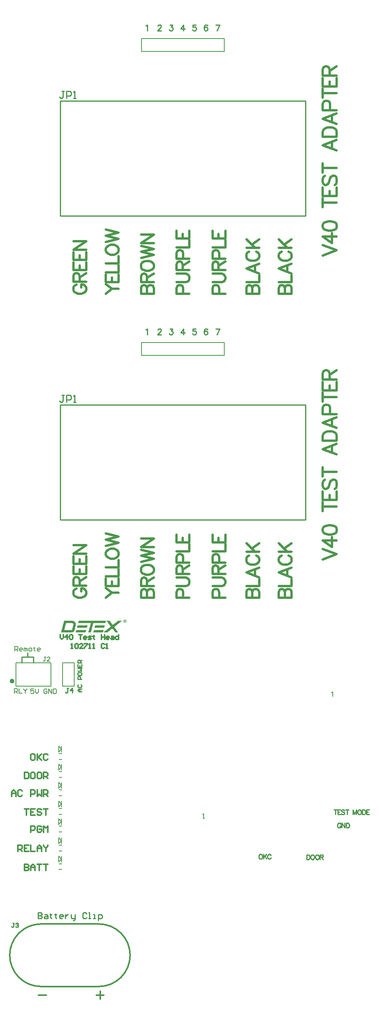
<source format=gto>
G04*
G04 #@! TF.GenerationSoftware,Altium Limited,Altium Designer,18.0.12 (696)*
G04*
G04 Layer_Color=65535*
%FSAX24Y24*%
%MOIN*%
G70*
G01*
G75*
%ADD10C,0.0120*%
%ADD11C,0.0040*%
%ADD12C,0.0210*%
%ADD13C,0.0079*%
%ADD14C,0.0100*%
%ADD15C,0.0098*%
%ADD16C,0.0200*%
%ADD17C,0.0070*%
%ADD18C,0.0080*%
G36*
X009112Y032175D02*
X009467Y031702D01*
X009205D01*
X008950Y032045D01*
X008520Y031702D01*
X008185D01*
X008825Y032213D01*
X008455Y032710D01*
X008717D01*
X008990Y032343D01*
X009450Y032710D01*
X009785D01*
X009112Y032175D01*
D02*
G37*
G36*
X008257Y032100D02*
X007427D01*
X007485Y032310D01*
X008313D01*
X008257Y032100D01*
D02*
G37*
G36*
X006775D02*
X005913D01*
X005970Y032310D01*
X006833D01*
X006775Y032100D01*
D02*
G37*
G36*
X008365Y032500D02*
X007320D01*
X007105Y031702D01*
X006898D01*
X007110Y032500D01*
X006020D01*
X006075Y032710D01*
X008420D01*
X008365Y032500D01*
D02*
G37*
G36*
X006668Y031702D02*
X005805D01*
X005863Y031913D01*
X006725D01*
X006668Y031702D01*
D02*
G37*
G36*
X005545Y032708D02*
X005570Y032705D01*
X005602Y032698D01*
X005630Y032687D01*
X005663Y032673D01*
X005690Y032655D01*
X005723Y032633D01*
X005748Y032605D01*
X005767Y032582D01*
X005790Y032548D01*
X005807Y032508D01*
X005820Y032465D01*
X005828Y032422D01*
X005825Y032375D01*
X005822Y032340D01*
X005707Y031918D01*
X005698Y031890D01*
X005683Y031862D01*
X005663Y031827D01*
X005638Y031797D01*
X005608Y031772D01*
X005583Y031753D01*
X005560Y031737D01*
X005533Y031727D01*
X005495Y031713D01*
X005452Y031705D01*
X005430Y031702D01*
X004560D01*
X004830Y032710D01*
X005515D01*
X005545Y032708D01*
D02*
G37*
G36*
X008207Y031910D02*
X008150Y031700D01*
X007320D01*
X007377Y031913D01*
X008207Y031910D01*
D02*
G37*
G36*
X010061Y032765D02*
X010063D01*
X010067Y032765D01*
X010072Y032764D01*
X010076Y032763D01*
X010081Y032762D01*
X010085Y032761D01*
X010085D01*
X010085Y032761D01*
X010087Y032761D01*
X010089Y032759D01*
X010091Y032758D01*
X010094Y032756D01*
X010097Y032754D01*
X010099Y032751D01*
X010102Y032747D01*
Y032747D01*
X010102Y032747D01*
X010102Y032746D01*
X010103Y032746D01*
X010104Y032743D01*
X010105Y032741D01*
X010106Y032737D01*
X010107Y032733D01*
X010108Y032728D01*
X010108Y032723D01*
Y032723D01*
Y032722D01*
Y032721D01*
X010108Y032720D01*
X010108Y032718D01*
X010107Y032716D01*
X010107Y032714D01*
X010106Y032711D01*
X010105Y032706D01*
X010104Y032703D01*
X010103Y032700D01*
X010101Y032697D01*
X010100Y032695D01*
X010098Y032692D01*
X010096Y032689D01*
X010095Y032689D01*
X010095Y032689D01*
X010094Y032688D01*
X010093Y032687D01*
X010092Y032686D01*
X010090Y032685D01*
X010089Y032684D01*
X010087Y032682D01*
X010084Y032681D01*
X010081Y032680D01*
X010078Y032678D01*
X010075Y032677D01*
X010071Y032676D01*
X010067Y032675D01*
X010063Y032673D01*
X010059Y032673D01*
X010059Y032673D01*
X010060Y032672D01*
X010061Y032671D01*
X010062Y032669D01*
X010064Y032667D01*
X010066Y032664D01*
X010068Y032661D01*
X010070Y032658D01*
X010071Y032658D01*
X010071Y032657D01*
X010072Y032656D01*
X010072Y032654D01*
X010074Y032652D01*
X010075Y032650D01*
X010076Y032647D01*
X010078Y032644D01*
X010080Y032641D01*
X010081Y032637D01*
X010083Y032632D01*
X010086Y032628D01*
X010088Y032622D01*
X010090Y032617D01*
X010093Y032611D01*
X010095Y032605D01*
X010060D01*
Y032605D01*
X010060Y032606D01*
X010059Y032606D01*
X010059Y032608D01*
X010059Y032609D01*
X010058Y032611D01*
X010057Y032613D01*
X010056Y032615D01*
X010055Y032618D01*
X010054Y032621D01*
X010052Y032625D01*
X010051Y032628D01*
X010049Y032633D01*
X010047Y032637D01*
X010045Y032642D01*
X010043Y032647D01*
Y032647D01*
X010043Y032648D01*
X010042Y032649D01*
X010042Y032650D01*
X010040Y032652D01*
X010039Y032656D01*
X010036Y032659D01*
X010034Y032662D01*
X010031Y032666D01*
X010030Y032667D01*
X010029Y032668D01*
X010028Y032668D01*
X010028Y032669D01*
X010026Y032669D01*
X010025Y032670D01*
X010023Y032670D01*
X010020Y032671D01*
X010016Y032671D01*
X010012Y032671D01*
X009999D01*
X009985Y032605D01*
X009952D01*
X009985Y032765D01*
X010060D01*
X010061Y032765D01*
D02*
G37*
%LPC*%
G36*
X004993Y032505D02*
X004830Y031897D01*
X004835Y031913D01*
X005425D01*
X005450Y031918D01*
X005460Y031923D01*
X005475Y031932D01*
X005487Y031945D01*
X005497Y031957D01*
X005508Y031978D01*
X005515Y032002D01*
X005617Y032418D01*
X005615Y032430D01*
X005610Y032440D01*
X005602Y032452D01*
X005587Y032468D01*
X005577Y032480D01*
X005550Y032495D01*
X005535Y032500D01*
X005515Y032503D01*
X004992Y032500D01*
X004993Y032505D01*
D02*
G37*
G36*
X010052Y032738D02*
X010013D01*
X010004Y032695D01*
X010028D01*
X010030Y032696D01*
X010033D01*
X010036Y032696D01*
X010041Y032696D01*
X010047Y032697D01*
X010050Y032697D01*
X010052Y032697D01*
X010055Y032698D01*
X010056Y032698D01*
X010057Y032699D01*
X010058Y032699D01*
X010059Y032700D01*
X010061Y032701D01*
X010064Y032702D01*
X010066Y032704D01*
X010068Y032706D01*
X010070Y032708D01*
X010070Y032709D01*
X010071Y032710D01*
X010072Y032711D01*
X010073Y032713D01*
X010074Y032715D01*
X010074Y032717D01*
X010075Y032720D01*
X010075Y032723D01*
Y032723D01*
Y032724D01*
X010075Y032726D01*
X010074Y032728D01*
X010073Y032729D01*
X010072Y032732D01*
X010070Y032734D01*
X010068Y032736D01*
X010068Y032736D01*
X010067Y032736D01*
X010066Y032736D01*
X010064Y032737D01*
X010061Y032738D01*
X010058Y032738D01*
X010056Y032738D01*
X010054D01*
X010052Y032738D01*
D02*
G37*
%LPD*%
D10*
X002835Y006774D02*
G03*
X002835Y001424I-000007J-002675D01*
G01*
X007785D02*
G03*
X007785Y006774I000017J002675D01*
G01*
X002835Y001424D02*
X007785D01*
X002835Y006774D02*
X007785D01*
X004489Y031513D02*
Y031246D01*
X004623Y031113D01*
X004756Y031246D01*
Y031513D01*
X005089Y031113D02*
Y031513D01*
X004889Y031313D01*
X005156D01*
X005289Y031446D02*
X005356Y031513D01*
X005489D01*
X005556Y031446D01*
Y031179D01*
X005489Y031113D01*
X005356D01*
X005289Y031179D01*
Y031446D01*
X006089Y031513D02*
X006355D01*
X006222D01*
Y031113D01*
X006689D02*
X006555D01*
X006489Y031179D01*
Y031313D01*
X006555Y031379D01*
X006689D01*
X006755Y031313D01*
Y031246D01*
X006489D01*
X006889Y031113D02*
X007088D01*
X007155Y031179D01*
X007088Y031246D01*
X006955D01*
X006889Y031313D01*
X006955Y031379D01*
X007155D01*
X007355Y031446D02*
Y031379D01*
X007288D01*
X007422D01*
X007355D01*
Y031179D01*
X007422Y031113D01*
X008021Y031513D02*
Y031113D01*
Y031313D01*
X008288D01*
Y031513D01*
Y031113D01*
X008621D02*
X008488D01*
X008421Y031179D01*
Y031313D01*
X008488Y031379D01*
X008621D01*
X008688Y031313D01*
Y031246D01*
X008421D01*
X008888Y031379D02*
X009021D01*
X009088Y031313D01*
Y031113D01*
X008888D01*
X008821Y031179D01*
X008888Y031246D01*
X009088D01*
X009488Y031513D02*
Y031113D01*
X009288D01*
X009221Y031179D01*
Y031313D01*
X009288Y031379D01*
X009488D01*
X005422Y030345D02*
X005556D01*
X005489D01*
Y030745D01*
X005422Y030678D01*
X005756D02*
X005822Y030745D01*
X005955D01*
X006022Y030678D01*
Y030412D01*
X005955Y030345D01*
X005822D01*
X005756Y030412D01*
Y030678D01*
X006422Y030345D02*
X006155D01*
X006422Y030612D01*
Y030678D01*
X006355Y030745D01*
X006222D01*
X006155Y030678D01*
X006555Y030745D02*
X006822D01*
Y030678D01*
X006555Y030412D01*
Y030345D01*
X006955D02*
X007088D01*
X007022D01*
Y030745D01*
X006955Y030678D01*
X007288Y030345D02*
X007422D01*
X007355D01*
Y030745D01*
X007288Y030678D01*
X008288D02*
X008221Y030745D01*
X008088D01*
X008021Y030678D01*
Y030412D01*
X008088Y030345D01*
X008221D01*
X008288Y030412D01*
X008421Y030345D02*
X008555D01*
X008488D01*
Y030745D01*
X008421Y030678D01*
X001410Y019750D02*
Y019200D01*
X001685D01*
X001776Y019292D01*
Y019658D01*
X001685Y019750D01*
X001410D01*
X002234D02*
X002051D01*
X001959Y019658D01*
Y019292D01*
X002051Y019200D01*
X002234D01*
X002326Y019292D01*
Y019658D01*
X002234Y019750D01*
X002784D02*
X002601D01*
X002509Y019658D01*
Y019292D01*
X002601Y019200D01*
X002784D01*
X002876Y019292D01*
Y019658D01*
X002784Y019750D01*
X003059Y019200D02*
Y019750D01*
X003334D01*
X003426Y019658D01*
Y019475D01*
X003334Y019383D01*
X003059D01*
X003242D02*
X003426Y019200D01*
X001410Y011890D02*
Y011340D01*
X001685D01*
X001776Y011432D01*
Y011523D01*
X001685Y011615D01*
X001410D01*
X001685D01*
X001776Y011707D01*
Y011798D01*
X001685Y011890D01*
X001410D01*
X001959Y011340D02*
Y011707D01*
X002143Y011890D01*
X002326Y011707D01*
Y011340D01*
Y011615D01*
X001959D01*
X002509Y011890D02*
X002876D01*
X002693D01*
Y011340D01*
X003059Y011890D02*
X003426D01*
X003242D01*
Y011340D01*
X000310Y017685D02*
Y018051D01*
X000493Y018234D01*
X000676Y018051D01*
Y017685D01*
Y017959D01*
X000310D01*
X001226Y018143D02*
X001135Y018234D01*
X000951D01*
X000860Y018143D01*
Y017776D01*
X000951Y017685D01*
X001135D01*
X001226Y017776D01*
X001959Y017685D02*
Y018234D01*
X002234D01*
X002326Y018143D01*
Y017959D01*
X002234Y017868D01*
X001959D01*
X002509Y018234D02*
Y017685D01*
X002693Y017868D01*
X002876Y017685D01*
Y018234D01*
X003059Y017685D02*
Y018234D01*
X003334D01*
X003426Y018143D01*
Y017959D01*
X003334Y017868D01*
X003059D01*
X003242D02*
X003426Y017685D01*
X001410Y016630D02*
X001776D01*
X001593D01*
Y016080D01*
X002326Y016630D02*
X001959D01*
Y016080D01*
X002326D01*
X001959Y016355D02*
X002143D01*
X002876Y016538D02*
X002784Y016630D01*
X002601D01*
X002509Y016538D01*
Y016447D01*
X002601Y016355D01*
X002784D01*
X002876Y016263D01*
Y016172D01*
X002784Y016080D01*
X002601D01*
X002509Y016172D01*
X003059Y016630D02*
X003426D01*
X003242D01*
Y016080D01*
X000860Y012975D02*
Y013525D01*
X001135D01*
X001226Y013433D01*
Y013250D01*
X001135Y013158D01*
X000860D01*
X001043D02*
X001226Y012975D01*
X001776Y013525D02*
X001410D01*
Y012975D01*
X001776D01*
X001410Y013250D02*
X001593D01*
X001959Y013525D02*
Y012975D01*
X002326D01*
X002509D02*
Y013342D01*
X002693Y013525D01*
X002876Y013342D01*
Y012975D01*
Y013250D01*
X002509D01*
X003059Y013525D02*
Y013433D01*
X003242Y013250D01*
X003426Y013433D01*
Y013525D01*
X003242Y013250D02*
Y012975D01*
X001959Y014615D02*
Y015165D01*
X002234D01*
X002326Y015073D01*
Y014890D01*
X002234Y014798D01*
X001959D01*
X002876Y015073D02*
X002784Y015165D01*
X002601D01*
X002509Y015073D01*
Y014707D01*
X002601Y014615D01*
X002784D01*
X002876Y014707D01*
Y014890D01*
X002693D01*
X003059Y014615D02*
Y015165D01*
X003242Y014982D01*
X003426Y015165D01*
Y014615D01*
X003275Y000683D02*
X002632D01*
X007903Y000362D02*
Y001004D01*
X008225Y000683D02*
X007582D01*
X002234Y021330D02*
X002051D01*
X001959Y021238D01*
Y020872D01*
X002051Y020780D01*
X002234D01*
X002326Y020872D01*
Y021238D01*
X002234Y021330D01*
X002509D02*
Y020780D01*
Y020963D01*
X002876Y021330D01*
X002601Y021055D01*
X002876Y020780D01*
X003426Y021238D02*
X003334Y021330D01*
X003151D01*
X003059Y021238D01*
Y020872D01*
X003151Y020780D01*
X003334D01*
X003426Y020872D01*
D11*
X010157Y032682D02*
G03*
X010157Y032682I-000120J000000D01*
G01*
D12*
X000450Y027550D02*
G03*
X000450Y027550I-000100J000000D01*
G01*
D13*
X004387Y019319D02*
X004623D01*
X004387Y019811D02*
X004623D01*
X004594Y019951D02*
Y020451D01*
X004344D02*
X004594Y020201D01*
X004344Y019951D02*
X004594Y020201D01*
X004344Y019951D02*
Y020451D01*
X004351Y012072D02*
Y012572D01*
Y012072D02*
X004601Y012322D01*
X004351Y012572D02*
X004601Y012322D01*
Y012072D02*
Y012572D01*
X004394Y011932D02*
X004630D01*
X004394Y011440D02*
X004630D01*
X004700Y027100D02*
Y029100D01*
Y027100D02*
X005700D01*
Y029100D01*
X004700D02*
X005700D01*
X001783Y027100D02*
X003700D01*
X000700D02*
X003700D01*
X000700Y029100D02*
X003700D01*
X000700Y027100D02*
Y029100D01*
X003700Y027100D02*
Y029100D01*
X004387Y017754D02*
X004623D01*
X004387Y018246D02*
X004623D01*
X004594Y018386D02*
Y018886D01*
X004344D02*
X004594Y018636D01*
X004344Y018386D02*
X004594Y018636D01*
X004344Y018386D02*
Y018886D01*
X004387Y016164D02*
X004623D01*
X004387Y016656D02*
X004623D01*
X004594Y016796D02*
Y017296D01*
X004344D02*
X004594Y017046D01*
X004344Y016796D02*
X004594Y017046D01*
X004344Y016796D02*
Y017296D01*
X004387Y013015D02*
X004623D01*
X004387Y013507D02*
X004623D01*
X004594Y013646D02*
Y014146D01*
X004344D02*
X004594Y013896D01*
X004344Y013646D02*
X004594Y013896D01*
X004344Y013646D02*
Y014146D01*
X004382Y014654D02*
X004618D01*
X004382Y015146D02*
X004618D01*
X004589Y015286D02*
Y015786D01*
X004339D02*
X004589Y015536D01*
X004339Y015286D02*
X004589Y015536D01*
X004339Y015286D02*
Y015786D01*
X004382Y020854D02*
X004618D01*
X004382Y021346D02*
X004618D01*
X004589Y021486D02*
Y021986D01*
X004339D02*
X004589Y021736D01*
X004339Y021486D02*
X004589Y021736D01*
X004339Y021486D02*
Y021986D01*
X018542Y081430D02*
Y082530D01*
X011442Y081430D02*
X018542D01*
X011442D02*
Y082530D01*
X018542D01*
X011442Y056530D02*
X018542D01*
X011442Y055430D02*
Y056530D01*
Y055430D02*
X018542D01*
Y056530D01*
X027750Y026579D02*
X027787Y026597D01*
X027844Y026654D01*
Y026260D01*
D14*
X001700Y029600D02*
Y029973D01*
X001200Y029100D02*
Y029600D01*
X002200D01*
Y029100D02*
Y029600D01*
X011824Y083600D02*
X011872Y083624D01*
X011944Y083695D01*
Y083192D01*
X018154Y083695D02*
X017914Y083192D01*
X017818Y083695D02*
X018154D01*
Y057695D02*
X017914Y057192D01*
X017818Y057695D02*
X018154D01*
X015061D02*
X014821Y057360D01*
X015181D01*
X015061Y057695D02*
Y057192D01*
X011824Y057600D02*
X011872Y057624D01*
X011944Y057695D01*
Y057192D01*
X012847Y083576D02*
Y083600D01*
X012871Y083648D01*
X012895Y083672D01*
X012943Y083695D01*
X013039D01*
X013087Y083672D01*
X013111Y083648D01*
X013135Y083600D01*
Y083552D01*
X013111Y083504D01*
X013063Y083432D01*
X012823Y083192D01*
X013159D01*
X013870Y083695D02*
X014134D01*
X013990Y083504D01*
X014062D01*
X014110Y083480D01*
X014134Y083456D01*
X014158Y083384D01*
Y083336D01*
X014134Y083264D01*
X014086Y083216D01*
X014014Y083192D01*
X013942D01*
X013870Y083216D01*
X013846Y083240D01*
X013822Y083288D01*
X015061Y083695D02*
X014821Y083360D01*
X015181D01*
X015061Y083695D02*
Y083192D01*
X017107Y057624D02*
X017083Y057671D01*
X017011Y057695D01*
X016963D01*
X016891Y057671D01*
X016843Y057600D01*
X016819Y057480D01*
Y057360D01*
X016843Y057264D01*
X016891Y057216D01*
X016963Y057192D01*
X016987D01*
X017059Y057216D01*
X017107Y057264D01*
X017131Y057336D01*
Y057360D01*
X017107Y057432D01*
X017059Y057480D01*
X016987Y057504D01*
X016963D01*
X016891Y057480D01*
X016843Y057432D01*
X016819Y057360D01*
X012847Y057576D02*
Y057600D01*
X012871Y057648D01*
X012895Y057671D01*
X012943Y057695D01*
X013039D01*
X013087Y057671D01*
X013111Y057648D01*
X013135Y057600D01*
Y057552D01*
X013111Y057504D01*
X013063Y057432D01*
X012823Y057192D01*
X013159D01*
X016108Y057695D02*
X015868D01*
X015844Y057480D01*
X015868Y057504D01*
X015940Y057528D01*
X016012D01*
X016084Y057504D01*
X016132Y057456D01*
X016156Y057384D01*
Y057336D01*
X016132Y057264D01*
X016084Y057216D01*
X016012Y057192D01*
X015940D01*
X015868Y057216D01*
X015844Y057240D01*
X015820Y057288D01*
X016108Y083695D02*
X015868D01*
X015844Y083480D01*
X015868Y083504D01*
X015940Y083528D01*
X016012D01*
X016084Y083504D01*
X016132Y083456D01*
X016156Y083384D01*
Y083336D01*
X016132Y083264D01*
X016084Y083216D01*
X016012Y083192D01*
X015940D01*
X015868Y083216D01*
X015844Y083240D01*
X015820Y083288D01*
X017107Y083624D02*
X017083Y083672D01*
X017011Y083695D01*
X016963D01*
X016891Y083672D01*
X016843Y083600D01*
X016819Y083480D01*
Y083360D01*
X016843Y083264D01*
X016891Y083216D01*
X016963Y083192D01*
X016987D01*
X017059Y083216D01*
X017107Y083264D01*
X017131Y083336D01*
Y083360D01*
X017107Y083432D01*
X017059Y083480D01*
X016987Y083504D01*
X016963D01*
X016891Y083480D01*
X016843Y083432D01*
X016819Y083360D01*
X013870Y057695D02*
X014134D01*
X013990Y057504D01*
X014062D01*
X014110Y057480D01*
X014134Y057456D01*
X014158Y057384D01*
Y057336D01*
X014134Y057264D01*
X014086Y057216D01*
X014014Y057192D01*
X013942D01*
X013870Y057216D01*
X013846Y057240D01*
X013822Y057288D01*
X005182Y026942D02*
X005048D01*
X005115D01*
Y026609D01*
X005048Y026542D01*
X004982D01*
X004915Y026609D01*
X005515Y026542D02*
Y026942D01*
X005315Y026742D01*
X005581D01*
X021626Y012741D02*
X021588Y012722D01*
X021550Y012684D01*
X021531Y012646D01*
X021512Y012589D01*
Y012494D01*
X021531Y012437D01*
X021550Y012399D01*
X021588Y012361D01*
X021626Y012342D01*
X021702D01*
X021740Y012361D01*
X021779Y012399D01*
X021798Y012437D01*
X021817Y012494D01*
Y012589D01*
X021798Y012646D01*
X021779Y012684D01*
X021740Y012722D01*
X021702Y012741D01*
X021626D01*
X021910D02*
Y012342D01*
X022177Y012741D02*
X021910Y012475D01*
X022005Y012570D02*
X022177Y012342D01*
X022552Y012646D02*
X022533Y012684D01*
X022495Y012722D01*
X022456Y012741D01*
X022380D01*
X022342Y012722D01*
X022304Y012684D01*
X022285Y012646D01*
X022266Y012589D01*
Y012494D01*
X022285Y012437D01*
X022304Y012399D01*
X022342Y012361D01*
X022380Y012342D01*
X022456D01*
X022495Y012361D01*
X022533Y012399D01*
X022552Y012437D01*
X025612Y012695D02*
Y012295D01*
Y012695D02*
X025745D01*
X025802Y012676D01*
X025840Y012638D01*
X025859Y012600D01*
X025879Y012542D01*
Y012447D01*
X025859Y012390D01*
X025840Y012352D01*
X025802Y012314D01*
X025745Y012295D01*
X025612D01*
X026082Y012695D02*
X026044Y012676D01*
X026006Y012638D01*
X025987Y012600D01*
X025968Y012542D01*
Y012447D01*
X025987Y012390D01*
X026006Y012352D01*
X026044Y012314D01*
X026082Y012295D01*
X026158D01*
X026197Y012314D01*
X026235Y012352D01*
X026254Y012390D01*
X026273Y012447D01*
Y012542D01*
X026254Y012600D01*
X026235Y012638D01*
X026197Y012676D01*
X026158Y012695D01*
X026082D01*
X026480D02*
X026442Y012676D01*
X026404Y012638D01*
X026385Y012600D01*
X026366Y012542D01*
Y012447D01*
X026385Y012390D01*
X026404Y012352D01*
X026442Y012314D01*
X026480Y012295D01*
X026556D01*
X026595Y012314D01*
X026633Y012352D01*
X026652Y012390D01*
X026671Y012447D01*
Y012542D01*
X026652Y012600D01*
X026633Y012638D01*
X026595Y012676D01*
X026556Y012695D01*
X026480D01*
X026764D02*
Y012295D01*
Y012695D02*
X026935D01*
X026993Y012676D01*
X027012Y012657D01*
X027031Y012619D01*
Y012580D01*
X027012Y012542D01*
X026993Y012523D01*
X026935Y012504D01*
X026764D01*
X026897D02*
X027031Y012295D01*
X028095Y016545D02*
Y016145D01*
X027962Y016545D02*
X028228D01*
X028524D02*
X028276D01*
Y016145D01*
X028524D01*
X028276Y016354D02*
X028428D01*
X028857Y016488D02*
X028819Y016526D01*
X028762Y016545D01*
X028686D01*
X028628Y016526D01*
X028590Y016488D01*
Y016450D01*
X028609Y016411D01*
X028628Y016392D01*
X028667Y016373D01*
X028781Y016335D01*
X028819Y016316D01*
X028838Y016297D01*
X028857Y016259D01*
Y016202D01*
X028819Y016164D01*
X028762Y016145D01*
X028686D01*
X028628Y016164D01*
X028590Y016202D01*
X029080Y016545D02*
Y016145D01*
X028946Y016545D02*
X029213D01*
X029575D02*
Y016145D01*
Y016545D02*
X029727Y016145D01*
X029880Y016545D02*
X029727Y016145D01*
X029880Y016545D02*
Y016145D01*
X030108Y016545D02*
X030070Y016526D01*
X030032Y016488D01*
X030013Y016450D01*
X029994Y016392D01*
Y016297D01*
X030013Y016240D01*
X030032Y016202D01*
X030070Y016164D01*
X030108Y016145D01*
X030184D01*
X030222Y016164D01*
X030260Y016202D01*
X030279Y016240D01*
X030299Y016297D01*
Y016392D01*
X030279Y016450D01*
X030260Y016488D01*
X030222Y016526D01*
X030184Y016545D01*
X030108D01*
X030392D02*
Y016145D01*
Y016545D02*
X030525D01*
X030582Y016526D01*
X030620Y016488D01*
X030639Y016450D01*
X030658Y016392D01*
Y016297D01*
X030639Y016240D01*
X030620Y016202D01*
X030582Y016164D01*
X030525Y016145D01*
X030392D01*
X030996Y016545D02*
X030748D01*
Y016145D01*
X030996D01*
X030748Y016354D02*
X030900D01*
X000533Y006850D02*
X000417D01*
X000475D01*
Y006558D01*
X000417Y006500D01*
X000358D01*
X000300Y006558D01*
X000650Y006792D02*
X000708Y006850D01*
X000825D01*
X000883Y006792D01*
Y006733D01*
X000825Y006675D01*
X000767D01*
X000825D01*
X000883Y006617D01*
Y006558D01*
X000825Y006500D01*
X000708D01*
X000650Y006558D01*
X002580Y007744D02*
Y007244D01*
X002830D01*
X002913Y007328D01*
Y007411D01*
X002830Y007494D01*
X002580D01*
X002830D01*
X002913Y007578D01*
Y007661D01*
X002830Y007744D01*
X002580D01*
X003163Y007578D02*
X003329D01*
X003413Y007494D01*
Y007244D01*
X003163D01*
X003079Y007328D01*
X003163Y007411D01*
X003413D01*
X003663Y007661D02*
Y007578D01*
X003579D01*
X003746D01*
X003663D01*
Y007328D01*
X003746Y007244D01*
X004079Y007661D02*
Y007578D01*
X003996D01*
X004162D01*
X004079D01*
Y007328D01*
X004162Y007244D01*
X004662D02*
X004496D01*
X004412Y007328D01*
Y007494D01*
X004496Y007578D01*
X004662D01*
X004746Y007494D01*
Y007411D01*
X004412D01*
X004912Y007578D02*
Y007244D01*
Y007411D01*
X004996Y007494D01*
X005079Y007578D01*
X005162D01*
X005412D02*
Y007328D01*
X005495Y007244D01*
X005745D01*
Y007161D01*
X005662Y007078D01*
X005579D01*
X005745Y007244D02*
Y007578D01*
X006745Y007661D02*
X006662Y007744D01*
X006495D01*
X006412Y007661D01*
Y007328D01*
X006495Y007244D01*
X006662D01*
X006745Y007328D01*
X006912Y007244D02*
X007078D01*
X006995D01*
Y007744D01*
X006912D01*
X007328Y007244D02*
X007495D01*
X007411D01*
Y007578D01*
X007328D01*
X007745Y007078D02*
Y007578D01*
X007995D01*
X008078Y007494D01*
Y007328D01*
X007995Y007244D01*
X007745D01*
X006321Y026664D02*
X006088D01*
X005971Y026781D01*
X006088Y026897D01*
X006321D01*
X006146D01*
Y026664D01*
X006030Y027247D02*
X005971Y027189D01*
Y027072D01*
X006030Y027014D01*
X006263D01*
X006321Y027072D01*
Y027189D01*
X006263Y027247D01*
X006321Y027714D02*
X005971D01*
Y027889D01*
X006030Y027947D01*
X006146D01*
X006205Y027889D01*
Y027714D01*
X005971Y028239D02*
Y028122D01*
X006030Y028064D01*
X006263D01*
X006321Y028122D01*
Y028239D01*
X006263Y028297D01*
X006030D01*
X005971Y028239D01*
Y028414D02*
X006321D01*
X006205Y028530D01*
X006321Y028647D01*
X005971D01*
Y028997D02*
Y028763D01*
X006321D01*
Y028997D01*
X006146Y028763D02*
Y028880D01*
X006321Y029113D02*
X005971D01*
Y029288D01*
X006030Y029347D01*
X006146D01*
X006205Y029288D01*
Y029113D01*
Y029230D02*
X006321Y029347D01*
X028536Y015305D02*
X028517Y015343D01*
X028479Y015381D01*
X028440Y015400D01*
X028364D01*
X028326Y015381D01*
X028288Y015343D01*
X028269Y015305D01*
X028250Y015248D01*
Y015152D01*
X028269Y015095D01*
X028288Y015057D01*
X028326Y015019D01*
X028364Y015000D01*
X028440D01*
X028479Y015019D01*
X028517Y015057D01*
X028536Y015095D01*
Y015152D01*
X028440D02*
X028536D01*
X028627Y015400D02*
Y015000D01*
Y015400D02*
X028894Y015000D01*
Y015400D02*
Y015000D01*
X029004Y015400D02*
Y015000D01*
Y015400D02*
X029137D01*
X029195Y015381D01*
X029233Y015343D01*
X029252Y015305D01*
X029271Y015248D01*
Y015152D01*
X029252Y015095D01*
X029233Y015057D01*
X029195Y015019D01*
X029137Y015000D01*
X029004D01*
X004825Y078026D02*
X004625D01*
X004725D01*
Y077527D01*
X004625Y077427D01*
X004525D01*
X004425Y077527D01*
X005025Y077427D02*
Y078026D01*
X005324D01*
X005424Y077927D01*
Y077727D01*
X005324Y077627D01*
X005025D01*
X005624Y077427D02*
X005824D01*
X005724D01*
Y078026D01*
X005624Y077927D01*
X004825Y052026D02*
X004625D01*
X004725D01*
Y051527D01*
X004625Y051427D01*
X004525D01*
X004425Y051527D01*
X005025Y051427D02*
Y052026D01*
X005324D01*
X005424Y051926D01*
Y051727D01*
X005324Y051627D01*
X005025D01*
X005624Y051427D02*
X005824D01*
X005724D01*
Y052026D01*
X005624Y051926D01*
D15*
X004469Y067337D02*
X025531D01*
X004469D02*
Y077179D01*
X025531D01*
Y067337D02*
Y077179D01*
Y041337D02*
Y051179D01*
X004469D02*
X025531D01*
X004469Y041337D02*
Y051179D01*
Y041337D02*
X025531D01*
D16*
X020436Y060689D02*
X021536D01*
X020436D02*
Y061160D01*
X020488Y061317D01*
X020541Y061369D01*
X020645Y061422D01*
X020750D01*
X020855Y061369D01*
X020907Y061317D01*
X020960Y061160D01*
Y060689D02*
Y061160D01*
X021012Y061317D01*
X021064Y061369D01*
X021169Y061422D01*
X021326D01*
X021431Y061369D01*
X021483Y061317D01*
X021536Y061160D01*
Y060689D01*
X020436Y061668D02*
X021536D01*
Y062296D01*
Y063255D02*
X020436Y062836D01*
X021536Y062417D01*
X021169Y062574D02*
Y063098D01*
X020698Y064297D02*
X020593Y064245D01*
X020488Y064140D01*
X020436Y064035D01*
Y063826D01*
X020488Y063721D01*
X020593Y063616D01*
X020698Y063564D01*
X020855Y063511D01*
X021117D01*
X021274Y063564D01*
X021379Y063616D01*
X021483Y063721D01*
X021536Y063826D01*
Y064035D01*
X021483Y064140D01*
X021379Y064245D01*
X021274Y064297D01*
X020436Y064606D02*
X021536D01*
X020436Y065339D02*
X021169Y064606D01*
X020907Y064868D02*
X021536Y065339D01*
X008401Y060689D02*
X008925Y061108D01*
X009501D01*
X008401Y061527D02*
X008925Y061108D01*
X008401Y062349D02*
Y061668D01*
X009501D01*
Y062349D01*
X008925Y061668D02*
Y062087D01*
X008401Y062532D02*
X009501D01*
Y063161D01*
X008401Y063281D02*
X009501D01*
Y063909D01*
X008401Y064344D02*
X008453Y064239D01*
X008558Y064135D01*
X008663Y064082D01*
X008820Y064030D01*
X009082D01*
X009239Y064082D01*
X009344Y064135D01*
X009448Y064239D01*
X009501Y064344D01*
Y064554D01*
X009448Y064658D01*
X009344Y064763D01*
X009239Y064815D01*
X009082Y064868D01*
X008820D01*
X008663Y064815D01*
X008558Y064763D01*
X008453Y064658D01*
X008401Y064554D01*
Y064344D01*
Y065124D02*
X009501Y065386D01*
X008401Y065648D02*
X009501Y065386D01*
X008401Y065648D02*
X009501Y065910D01*
X008401Y066172D02*
X009501Y065910D01*
X027000Y037951D02*
X028200Y038408D01*
X027000Y038865D02*
X028200Y038408D01*
X027000Y039591D02*
X027800Y039019D01*
Y039876D01*
X027000Y039591D02*
X028200D01*
X027000Y040430D02*
X027057Y040259D01*
X027229Y040145D01*
X027514Y040088D01*
X027686D01*
X027971Y040145D01*
X028143Y040259D01*
X028200Y040430D01*
Y040545D01*
X028143Y040716D01*
X027971Y040830D01*
X027686Y040887D01*
X027514D01*
X027229Y040830D01*
X027057Y040716D01*
X027000Y040545D01*
Y040430D01*
Y042499D02*
X028200D01*
X027000Y042099D02*
Y042898D01*
Y043784D02*
Y043041D01*
X028200D01*
Y043784D01*
X027572Y043041D02*
Y043498D01*
X027172Y044784D02*
X027057Y044669D01*
X027000Y044498D01*
Y044270D01*
X027057Y044098D01*
X027172Y043984D01*
X027286D01*
X027400Y044041D01*
X027457Y044098D01*
X027514Y044212D01*
X027629Y044555D01*
X027686Y044669D01*
X027743Y044727D01*
X027857Y044784D01*
X028029D01*
X028143Y044669D01*
X028200Y044498D01*
Y044270D01*
X028143Y044098D01*
X028029Y043984D01*
X027000Y045452D02*
X028200D01*
X027000Y045052D02*
Y045852D01*
X028200Y047852D02*
X027000Y047395D01*
X028200Y046938D01*
X027800Y047109D02*
Y047680D01*
X027000Y048132D02*
X028200D01*
X027000D02*
Y048532D01*
X027057Y048703D01*
X027172Y048817D01*
X027286Y048874D01*
X027457Y048931D01*
X027743D01*
X027914Y048874D01*
X028029Y048817D01*
X028143Y048703D01*
X028200Y048532D01*
Y048132D01*
Y050114D02*
X027000Y049657D01*
X028200Y049200D01*
X027800Y049371D02*
Y049943D01*
X027629Y050394D02*
Y050908D01*
X027572Y051080D01*
X027514Y051137D01*
X027400Y051194D01*
X027229D01*
X027115Y051137D01*
X027057Y051080D01*
X027000Y050908D01*
Y050394D01*
X028200D01*
X027000Y051862D02*
X028200D01*
X027000Y051462D02*
Y052262D01*
Y053148D02*
Y052405D01*
X028200D01*
Y053148D01*
X027572Y052405D02*
Y052862D01*
X027000Y053348D02*
X028200D01*
X027000D02*
Y053862D01*
X027057Y054033D01*
X027115Y054090D01*
X027229Y054147D01*
X027343D01*
X027457Y054090D01*
X027514Y054033D01*
X027572Y053862D01*
Y053348D01*
Y053748D02*
X028200Y054147D01*
X015032Y034689D02*
Y035160D01*
X014980Y035317D01*
X014927Y035369D01*
X014823Y035422D01*
X014665D01*
X014561Y035369D01*
X014508Y035317D01*
X014456Y035160D01*
Y034689D01*
X015556D01*
X014456Y035668D02*
X015242D01*
X015399Y035720D01*
X015503Y035825D01*
X015556Y035982D01*
Y036087D01*
X015503Y036244D01*
X015399Y036349D01*
X015242Y036401D01*
X014456D01*
Y036705D02*
X015556D01*
X014456D02*
Y037176D01*
X014508Y037333D01*
X014561Y037386D01*
X014665Y037438D01*
X014770D01*
X014875Y037386D01*
X014927Y037333D01*
X014980Y037176D01*
Y036705D01*
Y037071D02*
X015556Y037438D01*
X015032Y037684D02*
Y038156D01*
X014980Y038313D01*
X014927Y038365D01*
X014823Y038417D01*
X014665D01*
X014561Y038365D01*
X014508Y038313D01*
X014456Y038156D01*
Y037684D01*
X015556D01*
X014456Y038664D02*
X015556D01*
Y039292D01*
X014456Y040093D02*
Y039412D01*
X015556D01*
Y040093D01*
X014980Y039412D02*
Y039831D01*
X011410Y034689D02*
X012510D01*
X011410D02*
Y035160D01*
X011462Y035317D01*
X011515Y035369D01*
X011619Y035422D01*
X011724D01*
X011829Y035369D01*
X011881Y035317D01*
X011934Y035160D01*
Y034689D02*
Y035160D01*
X011986Y035317D01*
X012038Y035369D01*
X012143Y035422D01*
X012300D01*
X012405Y035369D01*
X012457Y035317D01*
X012510Y035160D01*
Y034689D01*
X011410Y035668D02*
X012510D01*
X011410D02*
Y036139D01*
X011462Y036296D01*
X011515Y036349D01*
X011619Y036401D01*
X011724D01*
X011829Y036349D01*
X011881Y036296D01*
X011934Y036139D01*
Y035668D01*
Y036035D02*
X012510Y036401D01*
X011410Y036962D02*
X011462Y036857D01*
X011567Y036752D01*
X011672Y036700D01*
X011829Y036647D01*
X012091D01*
X012248Y036700D01*
X012353Y036752D01*
X012457Y036857D01*
X012510Y036962D01*
Y037171D01*
X012457Y037276D01*
X012353Y037380D01*
X012248Y037433D01*
X012091Y037485D01*
X011829D01*
X011672Y037433D01*
X011567Y037380D01*
X011462Y037276D01*
X011410Y037171D01*
Y036962D01*
Y037742D02*
X012510Y038004D01*
X011410Y038266D02*
X012510Y038004D01*
X011410Y038266D02*
X012510Y038527D01*
X011410Y038789D02*
X012510Y038527D01*
X011410Y039009D02*
X012510D01*
X011410D02*
X012510Y039742D01*
X011410D02*
X012510D01*
X023222Y034689D02*
X024322D01*
X023222D02*
Y035160D01*
X023274Y035317D01*
X023327Y035369D01*
X023431Y035422D01*
X023536D01*
X023641Y035369D01*
X023693Y035317D01*
X023746Y035160D01*
Y034689D02*
Y035160D01*
X023798Y035317D01*
X023850Y035369D01*
X023955Y035422D01*
X024112D01*
X024217Y035369D01*
X024269Y035317D01*
X024322Y035160D01*
Y034689D01*
X023222Y035668D02*
X024322D01*
Y036296D01*
Y037255D02*
X023222Y036836D01*
X024322Y036417D01*
X023955Y036574D02*
Y037098D01*
X023484Y038297D02*
X023379Y038245D01*
X023274Y038140D01*
X023222Y038035D01*
Y037826D01*
X023274Y037721D01*
X023379Y037616D01*
X023484Y037564D01*
X023641Y037511D01*
X023903D01*
X024060Y037564D01*
X024165Y037616D01*
X024269Y037721D01*
X024322Y037826D01*
Y038035D01*
X024269Y038140D01*
X024165Y038245D01*
X024060Y038297D01*
X023222Y038606D02*
X024322D01*
X023222Y039339D02*
X023955Y038606D01*
X023693Y038868D02*
X024322Y039339D01*
X027000Y063951D02*
X028200Y064408D01*
X027000Y064865D02*
X028200Y064408D01*
X027000Y065591D02*
X027800Y065019D01*
Y065876D01*
X027000Y065591D02*
X028200D01*
X027000Y066430D02*
X027057Y066259D01*
X027229Y066145D01*
X027514Y066088D01*
X027686D01*
X027971Y066145D01*
X028143Y066259D01*
X028200Y066430D01*
Y066545D01*
X028143Y066716D01*
X027971Y066830D01*
X027686Y066887D01*
X027514D01*
X027229Y066830D01*
X027057Y066716D01*
X027000Y066545D01*
Y066430D01*
Y068499D02*
X028200D01*
X027000Y068099D02*
Y068898D01*
Y069784D02*
Y069041D01*
X028200D01*
Y069784D01*
X027572Y069041D02*
Y069498D01*
X027172Y070784D02*
X027057Y070669D01*
X027000Y070498D01*
Y070270D01*
X027057Y070098D01*
X027172Y069984D01*
X027286D01*
X027400Y070041D01*
X027457Y070098D01*
X027514Y070212D01*
X027629Y070555D01*
X027686Y070669D01*
X027743Y070727D01*
X027857Y070784D01*
X028029D01*
X028143Y070669D01*
X028200Y070498D01*
Y070270D01*
X028143Y070098D01*
X028029Y069984D01*
X027000Y071452D02*
X028200D01*
X027000Y071052D02*
Y071852D01*
X028200Y073852D02*
X027000Y073395D01*
X028200Y072938D01*
X027800Y073109D02*
Y073680D01*
X027000Y074132D02*
X028200D01*
X027000D02*
Y074532D01*
X027057Y074703D01*
X027172Y074817D01*
X027286Y074874D01*
X027457Y074931D01*
X027743D01*
X027914Y074874D01*
X028029Y074817D01*
X028143Y074703D01*
X028200Y074532D01*
Y074132D01*
Y076114D02*
X027000Y075657D01*
X028200Y075200D01*
X027800Y075371D02*
Y075943D01*
X027629Y076394D02*
Y076908D01*
X027572Y077080D01*
X027514Y077137D01*
X027400Y077194D01*
X027229D01*
X027115Y077137D01*
X027057Y077080D01*
X027000Y076908D01*
Y076394D01*
X028200D01*
X027000Y077862D02*
X028200D01*
X027000Y077462D02*
Y078262D01*
Y079148D02*
Y078405D01*
X028200D01*
Y079148D01*
X027572Y078405D02*
Y078862D01*
X027000Y079348D02*
X028200D01*
X027000D02*
Y079862D01*
X027057Y080033D01*
X027115Y080090D01*
X027229Y080147D01*
X027343D01*
X027457Y080090D01*
X027514Y080033D01*
X027572Y079862D01*
Y079348D01*
Y079748D02*
X028200Y080147D01*
X020436Y034689D02*
X021536D01*
X020436D02*
Y035160D01*
X020488Y035317D01*
X020541Y035369D01*
X020645Y035422D01*
X020750D01*
X020855Y035369D01*
X020907Y035317D01*
X020960Y035160D01*
Y034689D02*
Y035160D01*
X021012Y035317D01*
X021064Y035369D01*
X021169Y035422D01*
X021326D01*
X021431Y035369D01*
X021483Y035317D01*
X021536Y035160D01*
Y034689D01*
X020436Y035668D02*
X021536D01*
Y036296D01*
Y037255D02*
X020436Y036836D01*
X021536Y036417D01*
X021169Y036574D02*
Y037098D01*
X020698Y038297D02*
X020593Y038245D01*
X020488Y038140D01*
X020436Y038035D01*
Y037826D01*
X020488Y037721D01*
X020593Y037616D01*
X020698Y037564D01*
X020855Y037511D01*
X021117D01*
X021274Y037564D01*
X021379Y037616D01*
X021483Y037721D01*
X021536Y037826D01*
Y038035D01*
X021483Y038140D01*
X021379Y038245D01*
X021274Y038297D01*
X020436Y038606D02*
X021536D01*
X020436Y039339D02*
X021169Y038606D01*
X020907Y038868D02*
X021536Y039339D01*
X008401Y034689D02*
X008925Y035108D01*
X009501D01*
X008401Y035527D02*
X008925Y035108D01*
X008401Y036349D02*
Y035668D01*
X009501D01*
Y036349D01*
X008925Y035668D02*
Y036087D01*
X008401Y036532D02*
X009501D01*
Y037161D01*
X008401Y037281D02*
X009501D01*
Y037909D01*
X008401Y038344D02*
X008453Y038239D01*
X008558Y038135D01*
X008663Y038082D01*
X008820Y038030D01*
X009082D01*
X009239Y038082D01*
X009344Y038135D01*
X009448Y038239D01*
X009501Y038344D01*
Y038554D01*
X009448Y038658D01*
X009344Y038763D01*
X009239Y038815D01*
X009082Y038868D01*
X008820D01*
X008663Y038815D01*
X008558Y038763D01*
X008453Y038658D01*
X008401Y038554D01*
Y038344D01*
Y039124D02*
X009501Y039386D01*
X008401Y039648D02*
X009501Y039386D01*
X008401Y039648D02*
X009501Y039910D01*
X008401Y040172D02*
X009501Y039910D01*
X011410Y060689D02*
X012510D01*
X011410D02*
Y061160D01*
X011462Y061317D01*
X011515Y061369D01*
X011619Y061422D01*
X011724D01*
X011829Y061369D01*
X011881Y061317D01*
X011934Y061160D01*
Y060689D02*
Y061160D01*
X011986Y061317D01*
X012038Y061369D01*
X012143Y061422D01*
X012300D01*
X012405Y061369D01*
X012457Y061317D01*
X012510Y061160D01*
Y060689D01*
X011410Y061668D02*
X012510D01*
X011410D02*
Y062139D01*
X011462Y062296D01*
X011515Y062349D01*
X011619Y062401D01*
X011724D01*
X011829Y062349D01*
X011881Y062296D01*
X011934Y062139D01*
Y061668D01*
Y062035D02*
X012510Y062401D01*
X011410Y062962D02*
X011462Y062857D01*
X011567Y062752D01*
X011672Y062700D01*
X011829Y062647D01*
X012091D01*
X012248Y062700D01*
X012353Y062752D01*
X012457Y062857D01*
X012510Y062962D01*
Y063171D01*
X012457Y063276D01*
X012353Y063380D01*
X012248Y063433D01*
X012091Y063485D01*
X011829D01*
X011672Y063433D01*
X011567Y063380D01*
X011462Y063276D01*
X011410Y063171D01*
Y062962D01*
Y063742D02*
X012510Y064004D01*
X011410Y064266D02*
X012510Y064004D01*
X011410Y064266D02*
X012510Y064527D01*
X011410Y064789D02*
X012510Y064527D01*
X011410Y065009D02*
X012510D01*
X011410D02*
X012510Y065742D01*
X011410D02*
X012510D01*
X005877Y035474D02*
X005772Y035422D01*
X005667Y035317D01*
X005615Y035212D01*
Y035003D01*
X005667Y034898D01*
X005772Y034793D01*
X005877Y034741D01*
X006034Y034689D01*
X006296D01*
X006453Y034741D01*
X006558Y034793D01*
X006662Y034898D01*
X006715Y035003D01*
Y035212D01*
X006662Y035317D01*
X006558Y035422D01*
X006453Y035474D01*
X006296D01*
Y035212D02*
Y035474D01*
X005615Y035726D02*
X006715D01*
X005615D02*
Y036197D01*
X005667Y036354D01*
X005720Y036406D01*
X005824Y036459D01*
X005929D01*
X006034Y036406D01*
X006086Y036354D01*
X006139Y036197D01*
Y035726D01*
Y036092D02*
X006715Y036459D01*
X005615Y037386D02*
Y036705D01*
X006715D01*
Y037386D01*
X006139Y036705D02*
Y037124D01*
X005615Y038250D02*
Y037569D01*
X006715D01*
Y038250D01*
X006139Y037569D02*
Y037988D01*
X005615Y038433D02*
X006715D01*
X005615D02*
X006715Y039166D01*
X005615D02*
X006715D01*
X015032Y060689D02*
Y061160D01*
X014980Y061317D01*
X014927Y061369D01*
X014823Y061422D01*
X014665D01*
X014561Y061369D01*
X014508Y061317D01*
X014456Y061160D01*
Y060689D01*
X015556D01*
X014456Y061668D02*
X015242D01*
X015399Y061720D01*
X015503Y061825D01*
X015556Y061982D01*
Y062087D01*
X015503Y062244D01*
X015399Y062349D01*
X015242Y062401D01*
X014456D01*
Y062705D02*
X015556D01*
X014456D02*
Y063176D01*
X014508Y063333D01*
X014561Y063386D01*
X014665Y063438D01*
X014770D01*
X014875Y063386D01*
X014927Y063333D01*
X014980Y063176D01*
Y062705D01*
Y063071D02*
X015556Y063438D01*
X015032Y063684D02*
Y064156D01*
X014980Y064313D01*
X014927Y064365D01*
X014823Y064417D01*
X014665D01*
X014561Y064365D01*
X014508Y064313D01*
X014456Y064156D01*
Y063684D01*
X015556D01*
X014456Y064664D02*
X015556D01*
Y065292D01*
X014456Y066093D02*
Y065412D01*
X015556D01*
Y066093D01*
X014980Y065412D02*
Y065831D01*
X023222Y060689D02*
X024322D01*
X023222D02*
Y061160D01*
X023274Y061317D01*
X023327Y061369D01*
X023431Y061422D01*
X023536D01*
X023641Y061369D01*
X023693Y061317D01*
X023746Y061160D01*
Y060689D02*
Y061160D01*
X023798Y061317D01*
X023850Y061369D01*
X023955Y061422D01*
X024112D01*
X024217Y061369D01*
X024269Y061317D01*
X024322Y061160D01*
Y060689D01*
X023222Y061668D02*
X024322D01*
Y062296D01*
Y063255D02*
X023222Y062836D01*
X024322Y062417D01*
X023955Y062574D02*
Y063098D01*
X023484Y064297D02*
X023379Y064245D01*
X023274Y064140D01*
X023222Y064035D01*
Y063826D01*
X023274Y063721D01*
X023379Y063616D01*
X023484Y063564D01*
X023641Y063511D01*
X023903D01*
X024060Y063564D01*
X024165Y063616D01*
X024269Y063721D01*
X024322Y063826D01*
Y064035D01*
X024269Y064140D01*
X024165Y064245D01*
X024060Y064297D01*
X023222Y064606D02*
X024322D01*
X023222Y065339D02*
X023955Y064606D01*
X023693Y064868D02*
X024322Y065339D01*
X018115Y034689D02*
Y035160D01*
X018063Y035317D01*
X018010Y035369D01*
X017906Y035422D01*
X017748D01*
X017644Y035369D01*
X017591Y035317D01*
X017539Y035160D01*
Y034689D01*
X018639D01*
X017539Y035668D02*
X018325D01*
X018482Y035720D01*
X018586Y035825D01*
X018639Y035982D01*
Y036087D01*
X018586Y036244D01*
X018482Y036349D01*
X018325Y036401D01*
X017539D01*
Y036705D02*
X018639D01*
X017539D02*
Y037176D01*
X017591Y037333D01*
X017644Y037386D01*
X017748Y037438D01*
X017853D01*
X017958Y037386D01*
X018010Y037333D01*
X018063Y037176D01*
Y036705D01*
Y037071D02*
X018639Y037438D01*
X018115Y037684D02*
Y038156D01*
X018063Y038313D01*
X018010Y038365D01*
X017906Y038417D01*
X017748D01*
X017644Y038365D01*
X017591Y038313D01*
X017539Y038156D01*
Y037684D01*
X018639D01*
X017539Y038664D02*
X018639D01*
Y039292D01*
X017539Y040093D02*
Y039412D01*
X018639D01*
Y040093D01*
X018063Y039412D02*
Y039831D01*
X018115Y060689D02*
Y061160D01*
X018063Y061317D01*
X018010Y061369D01*
X017906Y061422D01*
X017748D01*
X017644Y061369D01*
X017591Y061317D01*
X017539Y061160D01*
Y060689D01*
X018639D01*
X017539Y061668D02*
X018325D01*
X018482Y061720D01*
X018586Y061825D01*
X018639Y061982D01*
Y062087D01*
X018586Y062244D01*
X018482Y062349D01*
X018325Y062401D01*
X017539D01*
Y062705D02*
X018639D01*
X017539D02*
Y063176D01*
X017591Y063333D01*
X017644Y063386D01*
X017748Y063438D01*
X017853D01*
X017958Y063386D01*
X018010Y063333D01*
X018063Y063176D01*
Y062705D01*
Y063071D02*
X018639Y063438D01*
X018115Y063684D02*
Y064156D01*
X018063Y064313D01*
X018010Y064365D01*
X017906Y064417D01*
X017748D01*
X017644Y064365D01*
X017591Y064313D01*
X017539Y064156D01*
Y063684D01*
X018639D01*
X017539Y064664D02*
X018639D01*
Y065292D01*
X017539Y066093D02*
Y065412D01*
X018639D01*
Y066093D01*
X018063Y065412D02*
Y065831D01*
X005877Y061474D02*
X005772Y061422D01*
X005667Y061317D01*
X005615Y061212D01*
Y061003D01*
X005667Y060898D01*
X005772Y060793D01*
X005877Y060741D01*
X006034Y060689D01*
X006296D01*
X006453Y060741D01*
X006558Y060793D01*
X006662Y060898D01*
X006715Y061003D01*
Y061212D01*
X006662Y061317D01*
X006558Y061422D01*
X006453Y061474D01*
X006296D01*
Y061212D02*
Y061474D01*
X005615Y061726D02*
X006715D01*
X005615D02*
Y062197D01*
X005667Y062354D01*
X005720Y062406D01*
X005824Y062459D01*
X005929D01*
X006034Y062406D01*
X006086Y062354D01*
X006139Y062197D01*
Y061726D01*
Y062092D02*
X006715Y062459D01*
X005615Y063386D02*
Y062705D01*
X006715D01*
Y063386D01*
X006139Y062705D02*
Y063124D01*
X005615Y064250D02*
Y063569D01*
X006715D01*
Y064250D01*
X006139Y063569D02*
Y063988D01*
X005615Y064433D02*
X006715D01*
X005615D02*
X006715Y065166D01*
X005615D02*
X006715D01*
D17*
X003242Y029600D02*
X003125D01*
X003184D01*
Y029308D01*
X003125Y029250D01*
X003067D01*
X003009Y029308D01*
X003592Y029250D02*
X003359D01*
X003592Y029483D01*
Y029542D01*
X003534Y029600D01*
X003417D01*
X003359Y029542D01*
D18*
X000550Y026512D02*
Y026912D01*
X000750D01*
X000817Y026845D01*
Y026712D01*
X000750Y026645D01*
X000550D01*
X000683D02*
X000817Y026512D01*
X000950Y026912D02*
Y026512D01*
X001216D01*
X001350Y026912D02*
Y026845D01*
X001483Y026712D01*
X001616Y026845D01*
Y026912D01*
X001483Y026712D02*
Y026512D01*
X003347Y026825D02*
X003280Y026892D01*
X003147D01*
X003080Y026825D01*
Y026558D01*
X003147Y026492D01*
X003280D01*
X003347Y026558D01*
Y026692D01*
X003213D01*
X003480Y026492D02*
Y026892D01*
X003746Y026492D01*
Y026892D01*
X003880D02*
Y026492D01*
X004080D01*
X004146Y026558D01*
Y026825D01*
X004080Y026892D01*
X003880D01*
X002217D02*
X001950D01*
Y026692D01*
X002083Y026758D01*
X002150D01*
X002217Y026692D01*
Y026558D01*
X002150Y026492D01*
X002017D01*
X001950Y026558D01*
X002350Y026892D02*
Y026625D01*
X002483Y026492D01*
X002616Y026625D01*
Y026892D01*
X000580Y030120D02*
Y030520D01*
X000780D01*
X000847Y030453D01*
Y030320D01*
X000780Y030253D01*
X000580D01*
X000713D02*
X000847Y030120D01*
X001180D02*
X001047D01*
X000980Y030187D01*
Y030320D01*
X001047Y030387D01*
X001180D01*
X001246Y030320D01*
Y030253D01*
X000980D01*
X001380Y030120D02*
Y030387D01*
X001446D01*
X001513Y030320D01*
Y030120D01*
Y030320D01*
X001580Y030387D01*
X001646Y030320D01*
Y030120D01*
X001846D02*
X001980D01*
X002046Y030187D01*
Y030320D01*
X001980Y030387D01*
X001846D01*
X001780Y030320D01*
Y030187D01*
X001846Y030120D01*
X002246Y030453D02*
Y030387D01*
X002179D01*
X002313D01*
X002246D01*
Y030187D01*
X002313Y030120D01*
X002713D02*
X002579D01*
X002513Y030187D01*
Y030320D01*
X002579Y030387D01*
X002713D01*
X002779Y030320D01*
Y030253D01*
X002513D01*
X016710Y015820D02*
X016843D01*
X016777D01*
Y016220D01*
X016710Y016153D01*
M02*

</source>
